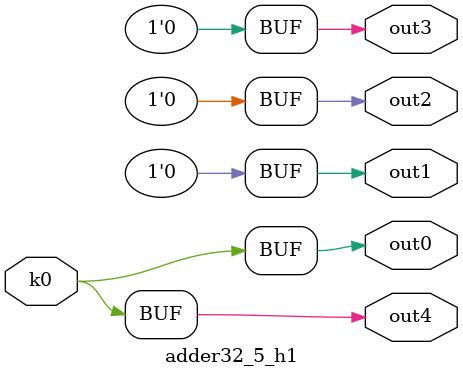
<source format=v>
module adder32_5(pi0, pi1, pi2, pi3, pi4, pi5, pi6, pi7, pi8, po0, po1, po2, po3, po4);
input pi0, pi1, pi2, pi3, pi4, pi5, pi6, pi7, pi8;
output po0, po1, po2, po3, po4;
wire k0;
adder32_5_w1 DUT1 (pi0, pi1, pi2, pi3, pi4, pi5, pi6, pi7, pi8, k0);
adder32_5_h1 DUT2 (k0, po0, po1, po2, po3, po4);
endmodule

module adder32_5_w1(in8, in7, in6, in5, in4, in3, in2, in1, in0, k0);
input in8, in7, in6, in5, in4, in3, in2, in1, in0;
output k0;
assign k0 =   in8 ? (in4 ^ in0) : (~in4 ^ in0);
endmodule

module adder32_5_h1(k0, out4, out3, out2, out1, out0);
input k0;
output out4, out3, out2, out1, out0;
assign out0 = k0;
assign out1 = 0;
assign out2 = 0;
assign out3 = 0;
assign out4 = k0;
endmodule

</source>
